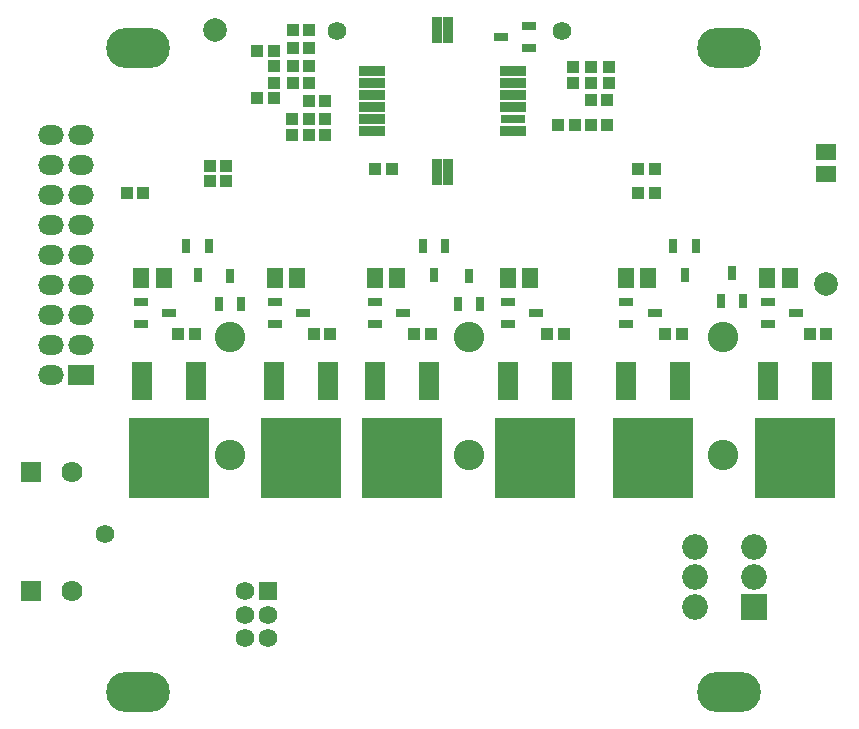
<source format=gbs>
G04 Layer_Color=16711935*
%FSLAX44Y44*%
%MOMM*%
G71*
G01*
G75*
%ADD59R,1.6800X1.4800*%
%ADD60R,1.0300X1.0300*%
%ADD61R,0.8300X2.1800*%
%ADD62R,2.1800X0.8300*%
%ADD63R,2.1500X0.8000*%
%ADD64C,2.0000*%
%ADD66R,0.7800X1.1800*%
%ADD67R,1.0300X1.0300*%
%ADD73R,1.4800X1.6800*%
%ADD74C,1.5800*%
%ADD75R,2.1800X1.6800*%
%ADD76O,2.1800X1.6800*%
%ADD77C,2.5800*%
%ADD78C,2.1800*%
%ADD79R,2.1800X2.1800*%
%ADD80C,1.7800*%
%ADD81R,1.7800X1.7800*%
%ADD82O,5.4000X3.4000*%
%ADD83R,1.5800X1.5800*%
%ADD84R,6.8800X6.8800*%
%ADD85R,1.7800X3.1800*%
%ADD86R,1.1800X0.7800*%
D59*
X627500Y492000D02*
D03*
Y473000D02*
D03*
D60*
X428000Y564000D02*
D03*
Y550000D02*
D03*
X443000Y550000D02*
D03*
Y564000D02*
D03*
X175000Y506000D02*
D03*
Y520000D02*
D03*
X160000Y550500D02*
D03*
Y564500D02*
D03*
X413000Y550000D02*
D03*
Y564000D02*
D03*
D61*
X297500Y595000D02*
D03*
X307500Y475000D02*
D03*
X297500D02*
D03*
X307500Y595000D02*
D03*
D62*
X242500Y560000D02*
D03*
Y550000D02*
D03*
Y540000D02*
D03*
Y530000D02*
D03*
Y520000D02*
D03*
Y510000D02*
D03*
X362500D02*
D03*
Y530000D02*
D03*
Y540000D02*
D03*
Y550000D02*
D03*
Y560000D02*
D03*
D63*
Y520000D02*
D03*
D64*
X110000Y595000D02*
D03*
X627500Y380000D02*
D03*
D66*
X95000Y388000D02*
D03*
X104500Y412000D02*
D03*
X85500D02*
D03*
X122500Y387000D02*
D03*
X113000Y363000D02*
D03*
X132000D02*
D03*
X295000Y388000D02*
D03*
X304500Y412000D02*
D03*
X285500D02*
D03*
X325000Y387000D02*
D03*
X315500Y363000D02*
D03*
X334500D02*
D03*
X547500Y389500D02*
D03*
X538000Y365500D02*
D03*
X557000D02*
D03*
X507500Y388000D02*
D03*
X517000Y412000D02*
D03*
X498000D02*
D03*
D67*
X468000Y457500D02*
D03*
X482000D02*
D03*
X245500Y477500D02*
D03*
X259500D02*
D03*
X468000D02*
D03*
X482000D02*
D03*
X105500Y467500D02*
D03*
X119500D02*
D03*
X505000Y337885D02*
D03*
X491000D02*
D03*
X627500D02*
D03*
X613500D02*
D03*
X175500Y580000D02*
D03*
X189500D02*
D03*
X145500Y577500D02*
D03*
X159500D02*
D03*
X175500Y565000D02*
D03*
X189500D02*
D03*
X203000Y506000D02*
D03*
X189000D02*
D03*
X175500Y550000D02*
D03*
X189500D02*
D03*
X145500Y537500D02*
D03*
X159500D02*
D03*
X189000Y535000D02*
D03*
X203000D02*
D03*
X292500Y337885D02*
D03*
X278500D02*
D03*
X428000Y536000D02*
D03*
X442000D02*
D03*
X405000Y337885D02*
D03*
X391000D02*
D03*
X92500Y337885D02*
D03*
X78500D02*
D03*
X207500Y337885D02*
D03*
X193500D02*
D03*
X105500Y480000D02*
D03*
X119500D02*
D03*
X189500Y595000D02*
D03*
X175500D02*
D03*
X414500Y515000D02*
D03*
X400500D02*
D03*
X203000Y520000D02*
D03*
X189000D02*
D03*
X442000Y515000D02*
D03*
X428000D02*
D03*
X49000Y457500D02*
D03*
X35000D02*
D03*
D73*
X476500Y385385D02*
D03*
X457500D02*
D03*
X596500D02*
D03*
X577500D02*
D03*
X264000D02*
D03*
X245000D02*
D03*
X376500D02*
D03*
X357500D02*
D03*
X66500D02*
D03*
X47500D02*
D03*
X179500D02*
D03*
X160500D02*
D03*
D74*
X213000Y594000D02*
D03*
X404000D02*
D03*
X17000Y168000D02*
D03*
X135000Y80000D02*
D03*
X155000D02*
D03*
X135000Y100000D02*
D03*
X155000D02*
D03*
X135000Y120000D02*
D03*
D75*
X-3700Y303400D02*
D03*
D76*
X-29100D02*
D03*
X-3700Y328800D02*
D03*
X-29100D02*
D03*
X-3700Y354200D02*
D03*
X-29100D02*
D03*
X-3700Y379600D02*
D03*
X-29100D02*
D03*
X-3700Y405000D02*
D03*
X-29100D02*
D03*
X-3700Y430400D02*
D03*
X-29100D02*
D03*
Y481200D02*
D03*
X-3700D02*
D03*
X-29100Y455800D02*
D03*
X-3700D02*
D03*
Y506600D02*
D03*
X-29100D02*
D03*
D77*
X540000Y235000D02*
D03*
Y335000D02*
D03*
X325000D02*
D03*
Y235000D02*
D03*
X122500D02*
D03*
Y335000D02*
D03*
D78*
X516000Y132400D02*
D03*
X566000D02*
D03*
X516000Y107000D02*
D03*
X566000Y157800D02*
D03*
X516000D02*
D03*
D79*
X566000Y107000D02*
D03*
D80*
X-11001Y120524D02*
D03*
Y220524D02*
D03*
D81*
X-46001Y120524D02*
D03*
Y220524D02*
D03*
D82*
X45000Y35000D02*
D03*
X545000D02*
D03*
Y580000D02*
D03*
X45000D02*
D03*
D83*
X155000Y120000D02*
D03*
D84*
X480500Y232885D02*
D03*
X600500D02*
D03*
X268000D02*
D03*
X380500D02*
D03*
X70500D02*
D03*
X183000D02*
D03*
D85*
X503400Y297885D02*
D03*
X457600D02*
D03*
X577600D02*
D03*
X623400D02*
D03*
X290900D02*
D03*
X245100D02*
D03*
X357600D02*
D03*
X403400D02*
D03*
X93400D02*
D03*
X47600D02*
D03*
X160100D02*
D03*
X205900D02*
D03*
D86*
X482000Y355385D02*
D03*
X458000Y364885D02*
D03*
Y345885D02*
D03*
X602000Y355380D02*
D03*
X578000Y364880D02*
D03*
Y345880D02*
D03*
X269000Y355385D02*
D03*
X245000Y364885D02*
D03*
Y345885D02*
D03*
X352000Y589000D02*
D03*
X376000Y579500D02*
D03*
Y598500D02*
D03*
X382000Y355385D02*
D03*
X358000Y364885D02*
D03*
Y345885D02*
D03*
X71000Y355385D02*
D03*
X47000Y364885D02*
D03*
Y345885D02*
D03*
X184500Y355385D02*
D03*
X160500Y364885D02*
D03*
Y345885D02*
D03*
M02*

</source>
